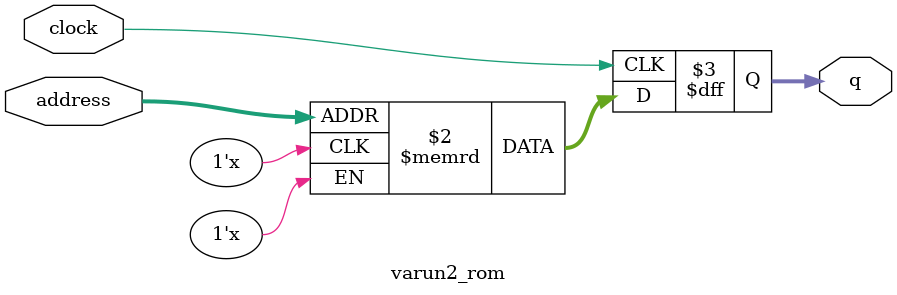
<source format=sv>
module varun2_rom (
	input logic clock,
	input logic [11:0] address,
	output logic [8:0] q
);

logic [8:0] memory [0:2149] /* synthesis ram_init_file = "./varun2/varun2.mif" */;

always_ff @ (posedge clock) begin
	q <= memory[address];
end

endmodule

</source>
